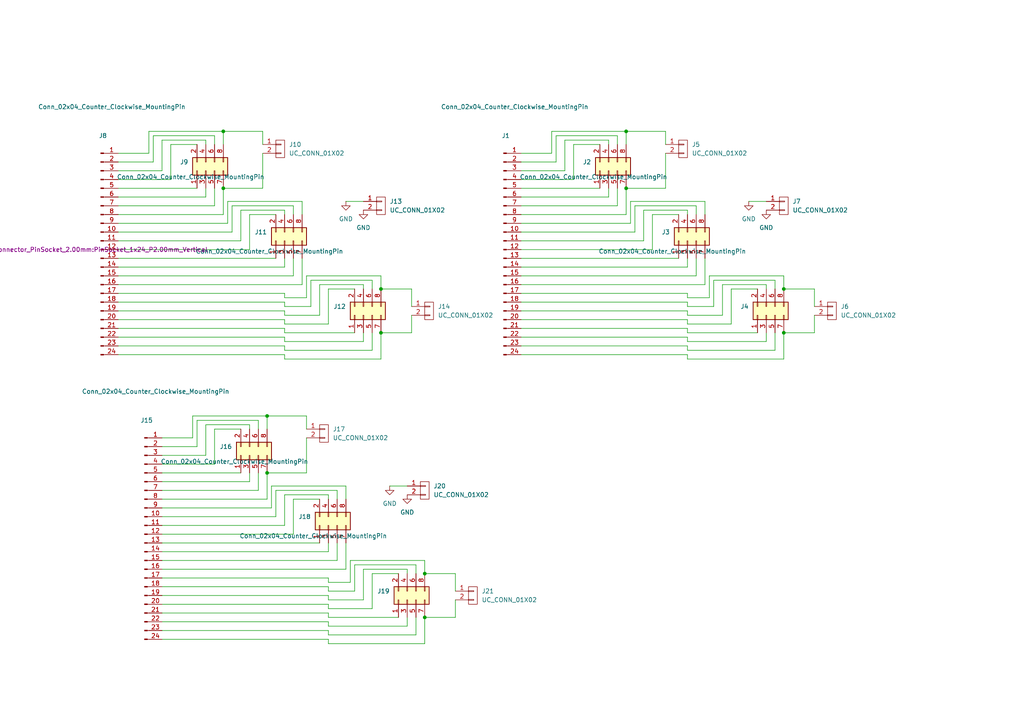
<source format=kicad_sch>
(kicad_sch (version 20250114) (generator "eeschema") (generator_version "9.0")
  (paper "A4")
  (lib_symbols
    (symbol "Connector:Conn_01x24_Pin" (pin_names (offset 1.016) (hide yes))
      (property "Reference" "J" (at 0 30.48 0))
      (property "Value" "Conn_01x24_Pin" (at 0 -33.02 0))
      (symbol "Conn_01x24_Pin_1_1"
        (rectangle (start 0.8636 28.067) (end 0 27.813) (stroke (width 0.1524)) (fill (type outline)))
        (rectangle (start 0.8636 25.527) (end 0 25.273) (stroke (width 0.1524)) (fill (type outline)))
        (rectangle (start 0.8636 22.987) (end 0 22.733) (stroke (width 0.1524)) (fill (type outline)))
        (rectangle (start 0.8636 20.447) (end 0 20.193) (stroke (width 0.1524)) (fill (type outline)))
        (rectangle (start 0.8636 17.907) (end 0 17.653) (stroke (width 0.1524)) (fill (type outline)))
        (rectangle (start 0.8636 15.367) (end 0 15.113) (stroke (width 0.1524)) (fill (type outline)))
        (rectangle (start 0.8636 12.827) (end 0 12.573) (stroke (width 0.1524)) (fill (type outline)))
        (rectangle (start 0.8636 10.287) (end 0 10.033) (stroke (width 0.1524)) (fill (type outline)))
        (rectangle (start 0.8636 7.747) (end 0 7.493) (stroke (width 0.1524)) (fill (type outline)))
        (rectangle (start 0.8636 5.207) (end 0 4.953) (stroke (width 0.1524)) (fill (type outline)))
        (rectangle (start 0.8636 2.667) (end 0 2.413) (stroke (width 0.1524)) (fill (type outline)))
        (rectangle (start 0.8636 0.127) (end 0 -0.127) (stroke (width 0.1524)) (fill (type outline)))
        (rectangle (start 0.8636 -2.413) (end 0 -2.667) (stroke (width 0.1524)) (fill (type outline)))
        (rectangle (start 0.8636 -4.953) (end 0 -5.207) (stroke (width 0.1524)) (fill (type outline)))
        (rectangle (start 0.8636 -7.493) (end 0 -7.747) (stroke (width 0.1524)) (fill (type outline)))
        (rectangle (start 0.8636 -10.033) (end 0 -10.287) (stroke (width 0.1524)) (fill (type outline)))
        (rectangle (start 0.8636 -12.573) (end 0 -12.827) (stroke (width 0.1524)) (fill (type outline)))
        (rectangle (start 0.8636 -15.113) (end 0 -15.367) (stroke (width 0.1524)) (fill (type outline)))
        (rectangle (start 0.8636 -17.653) (end 0 -17.907) (stroke (width 0.1524)) (fill (type outline)))
        (rectangle (start 0.8636 -20.193) (end 0 -20.447) (stroke (width 0.1524)) (fill (type outline)))
        (rectangle (start 0.8636 -22.733) (end 0 -22.987) (stroke (width 0.1524)) (fill (type outline)))
        (rectangle (start 0.8636 -25.273) (end 0 -25.527) (stroke (width 0.1524)) (fill (type outline)))
        (rectangle (start 0.8636 -27.813) (end 0 -28.067) (stroke (width 0.1524)) (fill (type outline)))
        (rectangle (start 0.8636 -30.353) (end 0 -30.607) (stroke (width 0.1524)) (fill (type outline)))
        (polyline (pts (xy 1.27 27.94) (xy 0.8636 27.94)) (stroke (width 0.1524)))
        (polyline (pts (xy 1.27 25.4) (xy 0.8636 25.4)) (stroke (width 0.1524)))
        (polyline (pts (xy 1.27 22.86) (xy 0.8636 22.86)) (stroke (width 0.1524)))
        (polyline (pts (xy 1.27 20.32) (xy 0.8636 20.32)) (stroke (width 0.1524)))
        (polyline (pts (xy 1.27 17.78) (xy 0.8636 17.78)) (stroke (width 0.1524)))
        (polyline (pts (xy 1.27 15.24) (xy 0.8636 15.24)) (stroke (width 0.1524)))
        (polyline (pts (xy 1.27 12.7) (xy 0.8636 12.7)) (stroke (width 0.1524)))
        (polyline (pts (xy 1.27 10.16) (xy 0.8636 10.16)) (stroke (width 0.1524)))
        (polyline (pts (xy 1.27 7.62) (xy 0.8636 7.62)) (stroke (width 0.1524)))
        (polyline (pts (xy 1.27 5.08) (xy 0.8636 5.08)) (stroke (width 0.1524)))
        (polyline (pts (xy 1.27 2.54) (xy 0.8636 2.54)) (stroke (width 0.1524)))
        (polyline (pts (xy 1.27 0) (xy 0.8636 0)) (stroke (width 0.1524)))
        (polyline (pts (xy 1.27 -2.54) (xy 0.8636 -2.54)) (stroke (width 0.1524)))
        (polyline (pts (xy 1.27 -5.08) (xy 0.8636 -5.08)) (stroke (width 0.1524)))
        (polyline (pts (xy 1.27 -7.62) (xy 0.8636 -7.62)) (stroke (width 0.1524)))
        (polyline (pts (xy 1.27 -10.16) (xy 0.8636 -10.16)) (stroke (width 0.1524)))
        (polyline (pts (xy 1.27 -12.7) (xy 0.8636 -12.7)) (stroke (width 0.1524)))
        (polyline (pts (xy 1.27 -15.24) (xy 0.8636 -15.24)) (stroke (width 0.1524)))
        (polyline (pts (xy 1.27 -17.78) (xy 0.8636 -17.78)) (stroke (width 0.1524)))
        (polyline (pts (xy 1.27 -20.32) (xy 0.8636 -20.32)) (stroke (width 0.1524)))
        (polyline (pts (xy 1.27 -22.86) (xy 0.8636 -22.86)) (stroke (width 0.1524)))
        (polyline (pts (xy 1.27 -25.4) (xy 0.8636 -25.4)) (stroke (width 0.1524)))
        (polyline (pts (xy 1.27 -27.94) (xy 0.8636 -27.94)) (stroke (width 0.1524)))
        (polyline (pts (xy 1.27 -30.48) (xy 0.8636 -30.48)) (stroke (width 0.1524)))
        (pin passive line (at 5.08 27.94 180) (length 3.81) (name "Pin_1") (number "1"))
        (pin passive line (at 5.08 25.4 180) (length 3.81) (name "Pin_2") (number "2"))
        (pin passive line (at 5.08 22.86 180) (length 3.81) (name "Pin_3") (number "3"))
        (pin passive line (at 5.08 20.32 180) (length 3.81) (name "Pin_4") (number "4"))
        (pin passive line (at 5.08 17.78 180) (length 3.81) (name "Pin_5") (number "5"))
        (pin passive line (at 5.08 15.24 180) (length 3.81) (name "Pin_6") (number "6"))
        (pin passive line (at 5.08 12.7 180) (length 3.81) (name "Pin_7") (number "7"))
        (pin passive line (at 5.08 10.16 180) (length 3.81) (name "Pin_8") (number "8"))
        (pin passive line (at 5.08 7.62 180) (length 3.81) (name "Pin_9") (number "9"))
        (pin passive line (at 5.08 5.08 180) (length 3.81) (name "Pin_10") (number "10"))
        (pin passive line (at 5.08 2.54 180) (length 3.81) (name "Pin_11") (number "11"))
        (pin passive line (at 5.08 0 180) (length 3.81) (name "Pin_12") (number "12"))
        (pin passive line (at 5.08 -2.54 180) (length 3.81) (name "Pin_13") (number "13"))
        (pin passive line (at 5.08 -5.08 180) (length 3.81) (name "Pin_14") (number "14"))
        (pin passive line (at 5.08 -7.62 180) (length 3.81) (name "Pin_15") (number "15"))
        (pin passive line (at 5.08 -10.16 180) (length 3.81) (name "Pin_16") (number "16"))
        (pin passive line (at 5.08 -12.7 180) (length 3.81) (name "Pin_17") (number "17"))
        (pin passive line (at 5.08 -15.24 180) (length 3.81) (name "Pin_18") (number "18"))
        (pin passive line (at 5.08 -17.78 180) (length 3.81) (name "Pin_19") (number "19"))
        (pin passive line (at 5.08 -20.32 180) (length 3.81) (name "Pin_20") (number "20"))
        (pin passive line (at 5.08 -22.86 180) (length 3.81) (name "Pin_21") (number "21"))
        (pin passive line (at 5.08 -25.4 180) (length 3.81) (name "Pin_22") (number "22"))
        (pin passive line (at 5.08 -27.94 180) (length 3.81) (name "Pin_23") (number "23"))
        (pin passive line (at 5.08 -30.48 180) (length 3.81) (name "Pin_24") (number "24"))
      )
    )
    (symbol "Connector_Generic:Conn_02x04_Odd_Even" (pin_names (offset 1.016) (hide yes))
      (property "Reference" "J" (at 1.27 5.08 0))
      (property "Value" "Conn_02x04_Odd_Even" (at 1.27 -7.62 0))
      (symbol "Conn_02x04_Odd_Even_1_1"
        (rectangle (start -1.27 3.81) (end 3.81 -6.35) (stroke (width 0.254)) (fill (type background)))
        (rectangle (start -1.27 2.667) (end 0 2.413) (stroke (width 0.1524)))
        (rectangle (start -1.27 0.127) (end 0 -0.127) (stroke (width 0.1524)))
        (rectangle (start -1.27 -2.413) (end 0 -2.667) (stroke (width 0.1524)))
        (rectangle (start -1.27 -4.953) (end 0 -5.207) (stroke (width 0.1524)))
        (rectangle (start 3.81 2.667) (end 2.54 2.413) (stroke (width 0.1524)))
        (rectangle (start 3.81 0.127) (end 2.54 -0.127) (stroke (width 0.1524)))
        (rectangle (start 3.81 -2.413) (end 2.54 -2.667) (stroke (width 0.1524)))
        (rectangle (start 3.81 -4.953) (end 2.54 -5.207) (stroke (width 0.1524)))
        (pin passive line (at -5.08 2.54 0) (length 3.81) (name "Pin_1") (number "1"))
        (pin passive line (at -5.08 0 0) (length 3.81) (name "Pin_3") (number "3"))
        (pin passive line (at -5.08 -2.54 0) (length 3.81) (name "Pin_5") (number "5"))
        (pin passive line (at -5.08 -5.08 0) (length 3.81) (name "Pin_7") (number "7"))
        (pin passive line (at 7.62 2.54 180) (length 3.81) (name "Pin_2") (number "2"))
        (pin passive line (at 7.62 0 180) (length 3.81) (name "Pin_4") (number "4"))
        (pin passive line (at 7.62 -2.54 180) (length 3.81) (name "Pin_6") (number "6"))
        (pin passive line (at 7.62 -5.08 180) (length 3.81) (name "Pin_8") (number "8"))
      )
    )
    (symbol "power:GND" (power) (pin_numbers (hide yes)) (pin_names (offset 0) (hide yes))
      (property "Value" "GND" (at 0 -3.81 0))
      (symbol "GND_0_1"
        (polyline (pts (xy 0 0) (xy 0 -1.27) (xy 1.27 -1.27) (xy 0 -2.54) (xy -1.27 -1.27) (xy 0 -1.27)))
      )
      (symbol "GND_1_1"
        (pin power_in line (at 0 0 270) (length 0) (name "~") (number "1"))
      )
    )
    (symbol "uc_components:UC_CONN_01X02" (pin_names (offset 1.016) (hide yes))
      (property "Reference" "J" (at 0 3.81 0))
      (property "Value" "UC_CONN_01X02" (at 2.54 0 90))
      (symbol "UC_CONN_01X02_0_1"
        (rectangle (start -1.27 1.397) (end 0.254 1.143))
        (rectangle (start -1.27 -1.143) (end 0.254 -1.397))
      )
      (symbol "UC_CONN_01X02_1_1"
        (rectangle (start -1.27 2.54) (end 1.27 -2.54))
        (pin passive line (at -5.08 1.27 0) (length 3.81) (name "P1") (number "1"))
        (pin passive line (at -5.08 -1.27 0) (length 3.81) (name "P2") (number "2"))
      )
    )
  )
  (junction (at 181.61 54.61))
  (junction (at 110.49 96.52))
  (junction (at 77.47 137.16))
  (junction (at 110.49 83.82))
  (junction (at 64.77 54.61))
  (junction (at 77.47 120.65))
  (junction (at 227.33 83.82))
  (junction (at 181.61 38.1))
  (junction (at 64.77 38.1))
  (junction (at 123.19 179.07))
  (junction (at 123.19 166.37))
  (junction (at 227.33 96.52))
  (wire (pts (xy 182.88 58.42) (xy 204.47 58.42)))
  (wire (pts (xy 76.2 41.91) (xy 76.2 38.1)))
  (wire (pts (xy 199.39 101.6) (xy 224.79 101.6)))
  (wire (pts (xy 151.13 90.17) (xy 199.39 90.17)))
  (wire (pts (xy 102.87 83.82) (xy 95.25 83.82)))
  (wire (pts (xy 46.99 40.64) (xy 46.99 49.53)))
  (wire (pts (xy 82.55 96.52) (xy 102.87 96.52)))
  (wire (pts (xy 88.9 137.16) (xy 88.9 127)))
  (wire (pts (xy 62.23 124.46) (xy 62.23 134.62)))
  (wire (pts (xy 166.37 41.91) (xy 166.37 52.07)))
  (wire (pts (xy 34.29 80.01) (xy 85.09 80.01)))
  (wire (pts (xy 34.29 82.55) (xy 87.63 82.55)))
  (wire (pts (xy 34.29 97.79) (xy 82.55 97.79)))
  (wire (pts (xy 95.25 83.82) (xy 95.25 93.98)))
  (wire (pts (xy 46.99 157.48) (xy 92.71 157.48)))
  (wire (pts (xy 95.25 180.34) (xy 95.25 181.61)))
  (wire (pts (xy 74.93 124.46) (xy 74.93 121.92)))
  (wire (pts (xy 95.25 177.8) (xy 95.25 179.07)))
  (wire (pts (xy 95.25 175.26) (xy 95.25 176.53)))
  (wire (pts (xy 46.99 172.72) (xy 95.25 172.72)))
  (wire (pts (xy 34.29 44.45) (xy 43.18 44.45)))
  (wire (pts (xy 64.77 62.23) (xy 64.77 54.61)))
  (wire (pts (xy 82.55 85.09) (xy 82.55 86.36)))
  (wire (pts (xy 132.08 166.37) (xy 123.19 166.37)))
  (wire (pts (xy 55.88 127) (xy 55.88 120.65)))
  (wire (pts (xy 236.22 83.82) (xy 227.33 83.82)))
  (wire (pts (xy 113.03 140.97) (xy 118.11 140.97)))
  (wire (pts (xy 151.13 87.63) (xy 199.39 87.63)))
  (wire (pts (xy 207.01 88.9) (xy 199.39 88.9)))
  (wire (pts (xy 95.25 160.02) (xy 95.25 157.48)))
  (wire (pts (xy 34.29 49.53) (xy 46.99 49.53)))
  (wire (pts (xy 34.29 85.09) (xy 82.55 85.09)))
  (wire (pts (xy 222.25 82.55) (xy 209.55 82.55)))
  (wire (pts (xy 199.39 102.87) (xy 199.39 104.14)))
  (wire (pts (xy 74.93 121.92) (xy 57.15 121.92)))
  (wire (pts (xy 95.25 173.99) (xy 105.41 173.99)))
  (wire (pts (xy 57.15 121.92) (xy 57.15 129.54)))
  (wire (pts (xy 212.09 93.98) (xy 199.39 93.98)))
  (wire (pts (xy 76.2 38.1) (xy 64.77 38.1)))
  (wire (pts (xy 199.39 97.79) (xy 199.39 99.06)))
  (wire (pts (xy 92.71 82.55) (xy 92.71 91.44)))
  (wire (pts (xy 151.13 54.61) (xy 173.99 54.61)))
  (wire (pts (xy 90.17 81.28) (xy 90.17 88.9)))
  (wire (pts (xy 132.08 171.45) (xy 132.08 166.37)))
  (wire (pts (xy 82.55 104.14) (xy 110.49 104.14)))
  (wire (pts (xy 95.25 185.42) (xy 95.25 186.69)))
  (wire (pts (xy 46.99 175.26) (xy 95.25 175.26)))
  (wire (pts (xy 199.39 104.14) (xy 227.33 104.14)))
  (wire (pts (xy 82.55 62.23) (xy 82.55 60.96)))
  (wire (pts (xy 34.29 64.77) (xy 66.04 64.77)))
  (wire (pts (xy 43.18 44.45) (xy 43.18 38.1)))
  (wire (pts (xy 82.55 101.6) (xy 107.95 101.6)))
  (wire (pts (xy 72.39 123.19) (xy 59.69 123.19)))
  (wire (pts (xy 207.01 81.28) (xy 207.01 88.9)))
  (wire (pts (xy 34.29 72.39) (xy 72.39 72.39)))
  (wire (pts (xy 62.23 39.37) (xy 44.45 39.37)))
  (wire (pts (xy 82.55 102.87) (xy 82.55 104.14)))
  (wire (pts (xy 34.29 52.07) (xy 49.53 52.07)))
  (wire (pts (xy 64.77 38.1) (xy 64.77 41.91)))
  (wire (pts (xy 176.53 41.91) (xy 176.53 40.64)))
  (wire (pts (xy 95.25 144.78) (xy 95.25 143.51)))
  (wire (pts (xy 176.53 40.64) (xy 163.83 40.64)))
  (wire (pts (xy 97.79 144.78) (xy 97.79 142.24)))
  (wire (pts (xy 87.63 82.55) (xy 87.63 74.93)))
  (wire (pts (xy 102.87 163.83) (xy 102.87 171.45)))
  (wire (pts (xy 151.13 77.47) (xy 199.39 77.47)))
  (wire (pts (xy 85.09 80.01) (xy 85.09 74.93)))
  (wire (pts (xy 181.61 62.23) (xy 181.61 54.61)))
  (wire (pts (xy 120.65 184.15) (xy 120.65 179.07)))
  (wire (pts (xy 151.13 46.99) (xy 161.29 46.99)))
  (wire (pts (xy 151.13 62.23) (xy 181.61 62.23)))
  (wire (pts (xy 87.63 58.42) (xy 87.63 62.23)))
  (wire (pts (xy 97.79 142.24) (xy 80.01 142.24)))
  (wire (pts (xy 115.57 166.37) (xy 107.95 166.37)))
  (wire (pts (xy 105.41 83.82) (xy 105.41 82.55)))
  (wire (pts (xy 88.9 86.36) (xy 88.9 80.01)))
  (wire (pts (xy 92.71 144.78) (xy 85.09 144.78)))
  (wire (pts (xy 199.39 91.44) (xy 209.55 91.44)))
  (wire (pts (xy 186.69 60.96) (xy 186.69 69.85)))
  (wire (pts (xy 46.99 144.78) (xy 77.47 144.78)))
  (wire (pts (xy 46.99 167.64) (xy 95.25 167.64)))
  (wire (pts (xy 82.55 87.63) (xy 82.55 88.9)))
  (wire (pts (xy 34.29 87.63) (xy 82.55 87.63)))
  (wire (pts (xy 80.01 62.23) (xy 72.39 62.23)))
  (wire (pts (xy 72.39 139.7) (xy 72.39 137.16)))
  (wire (pts (xy 151.13 100.33) (xy 199.39 100.33)))
  (wire (pts (xy 34.29 74.93) (xy 80.01 74.93)))
  (wire (pts (xy 95.25 181.61) (xy 118.11 181.61)))
  (wire (pts (xy 67.31 59.69) (xy 67.31 67.31)))
  (wire (pts (xy 85.09 59.69) (xy 67.31 59.69)))
  (wire (pts (xy 199.39 100.33) (xy 199.39 101.6)))
  (wire (pts (xy 34.29 54.61) (xy 57.15 54.61)))
  (wire (pts (xy 64.77 54.61) (xy 76.2 54.61)))
  (wire (pts (xy 199.39 95.25) (xy 199.39 96.52)))
  (wire (pts (xy 107.95 83.82) (xy 107.95 81.28)))
  (wire (pts (xy 34.29 95.25) (xy 82.55 95.25)))
  (wire (pts (xy 46.99 149.86) (xy 80.01 149.86)))
  (wire (pts (xy 212.09 83.82) (xy 212.09 93.98)))
  (wire (pts (xy 59.69 123.19) (xy 59.69 132.08)))
  (wire (pts (xy 193.04 38.1) (xy 181.61 38.1)))
  (wire (pts (xy 90.17 88.9) (xy 82.55 88.9)))
  (wire (pts (xy 85.09 144.78) (xy 85.09 154.94)))
  (wire (pts (xy 46.99 162.56) (xy 97.79 162.56)))
  (wire (pts (xy 151.13 72.39) (xy 189.23 72.39)))
  (wire (pts (xy 34.29 100.33) (xy 82.55 100.33)))
  (wire (pts (xy 95.25 179.07) (xy 115.57 179.07)))
  (wire (pts (xy 46.99 139.7) (xy 72.39 139.7)))
  (wire (pts (xy 151.13 44.45) (xy 160.02 44.45)))
  (wire (pts (xy 82.55 92.71) (xy 82.55 93.98)))
  (wire (pts (xy 118.11 165.1) (xy 105.41 165.1)))
  (wire (pts (xy 199.39 60.96) (xy 186.69 60.96)))
  (wire (pts (xy 46.99 142.24) (xy 74.93 142.24)))
  (wire (pts (xy 57.15 41.91) (xy 49.53 41.91)))
  (wire (pts (xy 74.93 142.24) (xy 74.93 137.16)))
  (wire (pts (xy 217.17 58.42) (xy 222.25 58.42)))
  (wire (pts (xy 34.29 67.31) (xy 67.31 67.31)))
  (wire (pts (xy 82.55 100.33) (xy 82.55 101.6)))
  (wire (pts (xy 199.39 99.06) (xy 222.25 99.06)))
  (wire (pts (xy 236.22 96.52) (xy 236.22 91.44)))
  (wire (pts (xy 69.85 124.46) (xy 62.23 124.46)))
  (wire (pts (xy 151.13 59.69) (xy 179.07 59.69)))
  (wire (pts (xy 95.25 172.72) (xy 95.25 173.99)))
  (wire (pts (xy 196.85 62.23) (xy 189.23 62.23)))
  (wire (pts (xy 224.79 101.6) (xy 224.79 96.52)))
  (wire (pts (xy 59.69 40.64) (xy 46.99 40.64)))
  (wire (pts (xy 205.74 86.36) (xy 205.74 80.01)))
  (wire (pts (xy 43.18 38.1) (xy 64.77 38.1)))
  (wire (pts (xy 101.6 162.56) (xy 123.19 162.56)))
  (wire (pts (xy 85.09 62.23) (xy 85.09 59.69)))
  (wire (pts (xy 151.13 74.93) (xy 196.85 74.93)))
  (wire (pts (xy 46.99 182.88) (xy 95.25 182.88)))
  (wire (pts (xy 132.08 179.07) (xy 132.08 173.99)))
  (wire (pts (xy 120.65 166.37) (xy 120.65 163.83)))
  (wire (pts (xy 82.55 143.51) (xy 82.55 152.4)))
  (wire (pts (xy 120.65 163.83) (xy 102.87 163.83)))
  (wire (pts (xy 176.53 57.15) (xy 176.53 54.61)))
  (wire (pts (xy 95.25 170.18) (xy 95.25 171.45)))
  (wire (pts (xy 193.04 41.91) (xy 193.04 38.1)))
  (wire (pts (xy 46.99 127) (xy 55.88 127)))
  (wire (pts (xy 59.69 57.15) (xy 59.69 54.61)))
  (wire (pts (xy 201.93 80.01) (xy 201.93 74.93)))
  (wire (pts (xy 227.33 80.01) (xy 227.33 83.82)))
  (wire (pts (xy 72.39 124.46) (xy 72.39 123.19)))
  (wire (pts (xy 95.25 143.51) (xy 82.55 143.51)))
  (wire (pts (xy 46.99 137.16) (xy 69.85 137.16)))
  (wire (pts (xy 34.29 69.85) (xy 69.85 69.85)))
  (wire (pts (xy 224.79 81.28) (xy 207.01 81.28)))
  (wire (pts (xy 62.23 41.91) (xy 62.23 39.37)))
  (wire (pts (xy 199.39 92.71) (xy 199.39 93.98)))
  (wire (pts (xy 181.61 54.61) (xy 193.04 54.61)))
  (wire (pts (xy 151.13 85.09) (xy 199.39 85.09)))
  (wire (pts (xy 107.95 101.6) (xy 107.95 96.52)))
  (wire (pts (xy 66.04 64.77) (xy 66.04 58.42)))
  (wire (pts (xy 88.9 120.65) (xy 77.47 120.65)))
  (wire (pts (xy 105.41 165.1) (xy 105.41 173.99)))
  (wire (pts (xy 123.19 186.69) (xy 123.19 179.07)))
  (wire (pts (xy 76.2 54.61) (xy 76.2 44.45)))
  (wire (pts (xy 151.13 64.77) (xy 182.88 64.77)))
  (wire (pts (xy 160.02 44.45) (xy 160.02 38.1)))
  (wire (pts (xy 193.04 54.61) (xy 193.04 44.45)))
  (wire (pts (xy 46.99 154.94) (xy 85.09 154.94)))
  (wire (pts (xy 173.99 41.91) (xy 166.37 41.91)))
  (wire (pts (xy 59.69 41.91) (xy 59.69 40.64)))
  (wire (pts (xy 105.41 82.55) (xy 92.71 82.55)))
  (wire (pts (xy 82.55 97.79) (xy 82.55 99.06)))
  (wire (pts (xy 69.85 60.96) (xy 69.85 69.85)))
  (wire (pts (xy 107.95 81.28) (xy 90.17 81.28)))
  (wire (pts (xy 184.15 59.69) (xy 184.15 67.31)))
  (wire (pts (xy 151.13 57.15) (xy 176.53 57.15)))
  (wire (pts (xy 77.47 137.16) (xy 88.9 137.16)))
  (wire (pts (xy 82.55 86.36) (xy 88.9 86.36)))
  (wire (pts (xy 119.38 88.9) (xy 119.38 83.82)))
  (wire (pts (xy 151.13 49.53) (xy 163.83 49.53)))
  (wire (pts (xy 201.93 59.69) (xy 184.15 59.69)))
  (wire (pts (xy 151.13 97.79) (xy 199.39 97.79)))
  (wire (pts (xy 34.29 57.15) (xy 59.69 57.15)))
  (wire (pts (xy 95.25 167.64) (xy 95.25 168.91)))
  (wire (pts (xy 236.22 88.9) (xy 236.22 83.82)))
  (wire (pts (xy 82.55 90.17) (xy 82.55 91.44)))
  (wire (pts (xy 34.29 102.87) (xy 82.55 102.87)))
  (wire (pts (xy 46.99 147.32) (xy 78.74 147.32)))
  (wire (pts (xy 95.25 93.98) (xy 82.55 93.98)))
  (wire (pts (xy 46.99 160.02) (xy 95.25 160.02)))
  (wire (pts (xy 78.74 147.32) (xy 78.74 140.97)))
  (wire (pts (xy 46.99 165.1) (xy 100.33 165.1)))
  (wire (pts (xy 95.25 186.69) (xy 123.19 186.69)))
  (wire (pts (xy 110.49 104.14) (xy 110.49 96.52)))
  (wire (pts (xy 95.25 184.15) (xy 120.65 184.15)))
  (wire (pts (xy 46.99 185.42) (xy 95.25 185.42)))
  (wire (pts (xy 82.55 99.06) (xy 105.41 99.06)))
  (wire (pts (xy 46.99 152.4) (xy 82.55 152.4)))
  (wire (pts (xy 46.99 134.62) (xy 62.23 134.62)))
  (wire (pts (xy 151.13 102.87) (xy 199.39 102.87)))
  (wire (pts (xy 199.39 86.36) (xy 205.74 86.36)))
  (wire (pts (xy 34.29 46.99) (xy 44.45 46.99)))
  (wire (pts (xy 118.11 166.37) (xy 118.11 165.1)))
  (wire (pts (xy 44.45 39.37) (xy 44.45 46.99)))
  (wire (pts (xy 77.47 120.65) (xy 77.47 124.46)))
  (wire (pts (xy 179.07 59.69) (xy 179.07 54.61)))
  (wire (pts (xy 34.29 62.23) (xy 64.77 62.23)))
  (wire (pts (xy 151.13 92.71) (xy 199.39 92.71)))
  (wire (pts (xy 46.99 132.08) (xy 59.69 132.08)))
  (wire (pts (xy 66.04 58.42) (xy 87.63 58.42)))
  (wire (pts (xy 151.13 95.25) (xy 199.39 95.25)))
  (wire (pts (xy 105.41 99.06) (xy 105.41 96.52)))
  (wire (pts (xy 118.11 181.61) (xy 118.11 179.07)))
  (wire (pts (xy 179.07 41.91) (xy 179.07 39.37)))
  (wire (pts (xy 199.39 90.17) (xy 199.39 91.44)))
  (wire (pts (xy 82.55 95.25) (xy 82.55 96.52)))
  (wire (pts (xy 46.99 170.18) (xy 95.25 170.18)))
  (wire (pts (xy 46.99 180.34) (xy 95.25 180.34)))
  (wire (pts (xy 88.9 124.46) (xy 88.9 120.65)))
  (wire (pts (xy 199.39 77.47) (xy 199.39 74.93)))
  (wire (pts (xy 205.74 80.01) (xy 227.33 80.01)))
  (wire (pts (xy 163.83 40.64) (xy 163.83 49.53)))
  (wire (pts (xy 199.39 62.23) (xy 199.39 60.96)))
  (wire (pts (xy 161.29 39.37) (xy 161.29 46.99)))
  (wire (pts (xy 123.19 162.56) (xy 123.19 166.37)))
  (wire (pts (xy 97.79 162.56) (xy 97.79 157.48)))
  (wire (pts (xy 182.88 64.77) (xy 182.88 58.42)))
  (wire (pts (xy 100.33 165.1) (xy 100.33 157.48)))
  (wire (pts (xy 46.99 129.54) (xy 57.15 129.54)))
  (wire (pts (xy 222.25 83.82) (xy 222.25 82.55)))
  (wire (pts (xy 100.33 58.42) (xy 105.41 58.42)))
  (wire (pts (xy 224.79 83.82) (xy 224.79 81.28)))
  (wire (pts (xy 110.49 96.52) (xy 119.38 96.52)))
  (wire (pts (xy 77.47 144.78) (xy 77.47 137.16)))
  (wire (pts (xy 46.99 177.8) (xy 95.25 177.8)))
  (wire (pts (xy 107.95 176.53) (xy 95.25 176.53)))
  (wire (pts (xy 199.39 87.63) (xy 199.39 88.9)))
  (wire (pts (xy 151.13 80.01) (xy 201.93 80.01)))
  (wire (pts (xy 222.25 99.06) (xy 222.25 96.52)))
  (wire (pts (xy 107.95 166.37) (xy 107.95 176.53)))
  (wire (pts (xy 62.23 59.69) (xy 62.23 54.61)))
  (wire (pts (xy 78.74 140.97) (xy 100.33 140.97)))
  (wire (pts (xy 34.29 90.17) (xy 82.55 90.17)))
  (wire (pts (xy 95.25 182.88) (xy 95.25 184.15)))
  (wire (pts (xy 82.55 77.47) (xy 82.55 74.93)))
  (wire (pts (xy 34.29 59.69) (xy 62.23 59.69)))
  (wire (pts (xy 82.55 91.44) (xy 92.71 91.44)))
  (wire (pts (xy 34.29 77.47) (xy 82.55 77.47)))
  (wire (pts (xy 227.33 96.52) (xy 236.22 96.52)))
  (wire (pts (xy 88.9 80.01) (xy 110.49 80.01)))
  (wire (pts (xy 82.55 60.96) (xy 69.85 60.96)))
  (wire (pts (xy 151.13 67.31) (xy 184.15 67.31)))
  (wire (pts (xy 34.29 92.71) (xy 82.55 92.71)))
  (wire (pts (xy 151.13 82.55) (xy 204.47 82.55)))
  (wire (pts (xy 123.19 179.07) (xy 132.08 179.07)))
  (wire (pts (xy 72.39 62.23) (xy 72.39 72.39)))
  (wire (pts (xy 181.61 38.1) (xy 181.61 41.91)))
  (wire (pts (xy 199.39 85.09) (xy 199.39 86.36)))
  (wire (pts (xy 199.39 96.52) (xy 219.71 96.52)))
  (wire (pts (xy 49.53 41.91) (xy 49.53 52.07)))
  (wire (pts (xy 209.55 82.55) (xy 209.55 91.44)))
  (wire (pts (xy 160.02 38.1) (xy 181.61 38.1)))
  (wire (pts (xy 102.87 171.45) (xy 95.25 171.45)))
  (wire (pts (xy 189.23 62.23) (xy 189.23 72.39)))
  (wire (pts (xy 204.47 58.42) (xy 204.47 62.23)))
  (wire (pts (xy 227.33 104.14) (xy 227.33 96.52)))
  (wire (pts (xy 151.13 52.07) (xy 166.37 52.07)))
  (wire (pts (xy 119.38 83.82) (xy 110.49 83.82)))
  (wire (pts (xy 101.6 168.91) (xy 101.6 162.56)))
  (wire (pts (xy 95.25 168.91) (xy 101.6 168.91)))
  (wire (pts (xy 110.49 80.01) (xy 110.49 83.82)))
  (wire (pts (xy 80.01 142.24) (xy 80.01 149.86)))
  (wire (pts (xy 204.47 82.55) (xy 204.47 74.93)))
  (wire (pts (xy 179.07 39.37) (xy 161.29 39.37)))
  (wire (pts (xy 219.71 83.82) (xy 212.09 83.82)))
  (wire (pts (xy 55.88 120.65) (xy 77.47 120.65)))
  (wire (pts (xy 201.93 62.23) (xy 201.93 59.69)))
  (wire (pts (xy 151.13 69.85) (xy 186.69 69.85)))
  (wire (pts (xy 100.33 140.97) (xy 100.33 144.78)))
  (wire (pts (xy 119.38 96.52) (xy 119.38 91.44)))
  (symbol (lib_id "power:GND") (at 100.33 58.42 0) (unit 1)
    (property "Reference" "#PWR03" (effects (hide yes)))
    (property "Value" "GND" (at 100.33 63.5 0))
    (property "Description" "Power symbol creates a global label with name \"GND\" , ground" (effects (hide yes)))
  )
  (symbol (lib_id "uc_components:UC_CONN_01X02") (at 198.12 43.18 0) (unit 1)
    (property "Reference" "J5" (at 200.66 41.9099 0) (effects (justify left)))
    (property "Value" "UC_CONN_01X02" (at 200.66 44.4499 0) (effects (justify left)))
    (property "Footprint" "Connector_PinHeader_2.54mm:PinHeader_1x02_P2.54mm_Vertical" (effects (hide yes)))
  )
  (symbol (lib_id "Connector_Generic:Conn_02x04_Odd_Even") (at 59.69 49.53 90) (unit 1)
    (property "Reference" "J9" (at 54.61 46.9899 90) (effects (justify left)))
    (property "Value" "Conn_02x04_Counter_Clockwise_MountingPin" (at 53.848 30.988 90) (effects (justify left)))
    (property "Footprint" "Connector_PinHeader_2.54mm:PinHeader_2x04_P2.54mm_Vertical" (effects (hide yes)))
    (property "Description" "Generic connector, double row, 02x04, odd/even pin numbering scheme (row 1 odd numbers, row 2 even numbers), script generated (kicad-library-utils/schlib/autogen/connector/)" (effects (hide yes)))
  )
  (symbol (lib_id "uc_components:UC_CONN_01X02") (at 241.3 90.17 0) (unit 1)
    (property "Reference" "J6" (at 243.84 88.8999 0) (effects (justify left)))
    (property "Value" "UC_CONN_01X02" (at 243.84 91.4399 0) (effects (justify left)))
    (property "Footprint" "Connector_PinHeader_2.54mm:PinHeader_1x02_P2.54mm_Vertical" (effects (hide yes)))
  )
  (symbol (lib_id "Connector:Conn_01x24_Pin") (at 29.21 72.39 0) (unit 1)
    (property "Reference" "J8" (at 29.845 39.37 0))
    (property "Value" "Conn_01x24_Pin" (effects (hide yes)))
    (property "Footprint" "Connector_PinSocket_2.00mm:PinSocket_1x24_P2.00mm_Vertical" (at 29.21 72.39 0))
    (property "Description" "Generic connector, single row, 01x24, script generated" (effects (hide yes)))
  )
  (symbol (lib_id "Connector:Conn_01x24_Pin") (at 146.05 72.39 0) (unit 1)
    (property "Reference" "J1" (at 146.685 39.37 0))
    (property "Value" "Conn_01x24_Pin" (effects (hide yes)))
    (property "Footprint" "Connector_PinSocket_2.00mm:PinSocket_1x24_P2.00mm_Vertical" (effects (hide yes)))
    (property "Description" "Generic connector, single row, 01x24, script generated" (effects (hide yes)))
  )
  (symbol (lib_id "uc_components:UC_CONN_01X02") (at 81.28 43.18 0) (unit 1)
    (property "Reference" "J10" (at 83.82 41.9099 0) (effects (justify left)))
    (property "Value" "UC_CONN_01X02" (at 83.82 44.4499 0) (effects (justify left)))
    (property "Footprint" "Connector_PinHeader_2.54mm:PinHeader_1x02_P2.54mm_Vertical" (effects (hide yes)))
  )
  (symbol (lib_id "uc_components:UC_CONN_01X02") (at 110.49 59.69 0) (unit 1)
    (property "Reference" "J13" (at 113.03 58.4199 0) (effects (justify left)))
    (property "Value" "UC_CONN_01X02" (at 113.03 60.9599 0) (effects (justify left)))
    (property "Footprint" "Connector_PinHeader_2.54mm:PinHeader_1x02_P2.54mm_Vertical" (effects (hide yes)))
  )
  (symbol (lib_id "uc_components:UC_CONN_01X02") (at 124.46 90.17 0) (unit 1)
    (property "Reference" "J14" (at 127 88.8999 0) (effects (justify left)))
    (property "Value" "UC_CONN_01X02" (at 127 91.4399 0) (effects (justify left)))
    (property "Footprint" "Connector_PinHeader_2.54mm:PinHeader_1x02_P2.54mm_Vertical" (effects (hide yes)))
  )
  (symbol (lib_id "uc_components:UC_CONN_01X02") (at 137.16 172.72 0) (unit 1)
    (property "Reference" "J21" (at 139.7 171.4499 0) (effects (justify left)))
    (property "Value" "UC_CONN_01X02" (at 139.7 173.9899 0) (effects (justify left)))
    (property "Footprint" "Connector_PinHeader_2.54mm:PinHeader_1x02_P2.54mm_Vertical" (effects (hide yes)))
  )
  (symbol (lib_id "power:GND") (at 113.03 140.97 0) (unit 1)
    (property "Reference" "#PWR05" (effects (hide yes)))
    (property "Value" "GND" (at 113.03 146.05 0))
    (property "Description" "Power symbol creates a global label with name \"GND\" , ground" (effects (hide yes)))
  )
  (symbol (lib_id "Connector_Generic:Conn_02x04_Odd_Even") (at 176.53 49.53 90) (unit 1)
    (property "Reference" "J2" (at 171.45 46.9899 90) (effects (justify left)))
    (property "Value" "Conn_02x04_Counter_Clockwise_MountingPin" (at 170.688 30.988 90) (effects (justify left)))
    (property "Footprint" "Connector_PinHeader_2.54mm:PinHeader_2x04_P2.54mm_Vertical" (effects (hide yes)))
    (property "Description" "Generic connector, double row, 02x04, odd/even pin numbering scheme (row 1 odd numbers, row 2 even numbers), script generated (kicad-library-utils/schlib/autogen/connector/)" (effects (hide yes)))
  )
  (symbol (lib_id "Connector_Generic:Conn_02x04_Odd_Even") (at 199.39 69.85 90) (unit 1)
    (property "Reference" "J3" (at 194.31 67.3099 90) (effects (justify left)))
    (property "Value" "Conn_02x04_Counter_Clockwise_MountingPin" (at 193.548 51.308 90) (effects (justify left)))
    (property "Footprint" "Connector_PinHeader_2.54mm:PinHeader_2x04_P2.54mm_Vertical" (effects (hide yes)))
    (property "Description" "Generic connector, double row, 02x04, odd/even pin numbering scheme (row 1 odd numbers, row 2 even numbers), script generated (kicad-library-utils/schlib/autogen/connector/)" (effects (hide yes)))
  )
  (symbol (lib_id "Connector_Generic:Conn_02x04_Odd_Even") (at 222.25 91.44 90) (unit 1)
    (property "Reference" "J4" (at 217.17 88.8999 90) (effects (justify left)))
    (property "Value" "Conn_02x04_Counter_Clockwise_MountingPin" (at 216.408 72.898 90) (effects (justify left)))
    (property "Footprint" "Connector_PinHeader_2.54mm:PinHeader_2x04_P2.54mm_Vertical" (effects (hide yes)))
    (property "Description" "Generic connector, double row, 02x04, odd/even pin numbering scheme (row 1 odd numbers, row 2 even numbers), script generated (kicad-library-utils/schlib/autogen/connector/)" (effects (hide yes)))
  )
  (symbol (lib_id "power:GND") (at 118.11 143.51 0) (unit 1)
    (property "Reference" "#PWR06" (effects (hide yes)))
    (property "Value" "GND" (at 118.11 148.59 0))
    (property "Description" "Power symbol creates a global label with name \"GND\" , ground" (effects (hide yes)))
  )
  (symbol (lib_id "Connector_Generic:Conn_02x04_Odd_Even") (at 72.39 132.08 90) (unit 1)
    (property "Reference" "J16" (at 67.31 129.5399 90) (effects (justify left)))
    (property "Value" "Conn_02x04_Counter_Clockwise_MountingPin" (at 66.548 113.538 90) (effects (justify left)))
    (property "Footprint" "Connector_PinHeader_2.54mm:PinHeader_2x04_P2.54mm_Vertical" (effects (hide yes)))
    (property "Description" "Generic connector, double row, 02x04, odd/even pin numbering scheme (row 1 odd numbers, row 2 even numbers), script generated (kicad-library-utils/schlib/autogen/connector/)" (effects (hide yes)))
  )
  (symbol (lib_id "Connector_Generic:Conn_02x04_Odd_Even") (at 95.25 152.4 90) (unit 1)
    (property "Reference" "J18" (at 90.17 149.8599 90) (effects (justify left)))
    (property "Value" "Conn_02x04_Counter_Clockwise_MountingPin" (at 89.408 133.858 90) (effects (justify left)))
    (property "Footprint" "Connector_PinHeader_2.54mm:PinHeader_2x04_P2.54mm_Vertical" (effects (hide yes)))
    (property "Description" "Generic connector, double row, 02x04, odd/even pin numbering scheme (row 1 odd numbers, row 2 even numbers), script generated (kicad-library-utils/schlib/autogen/connector/)" (effects (hide yes)))
  )
  (symbol (lib_id "Connector_Generic:Conn_02x04_Odd_Even") (at 105.41 91.44 90) (unit 1)
    (property "Reference" "J12" (at 100.33 88.8999 90) (effects (justify left)))
    (property "Value" "Conn_02x04_Counter_Clockwise_MountingPin" (at 99.568 72.898 90) (effects (justify left)))
    (property "Footprint" "Connector_PinHeader_2.54mm:PinHeader_2x04_P2.54mm_Vertical" (effects (hide yes)))
    (property "Description" "Generic connector, double row, 02x04, odd/even pin numbering scheme (row 1 odd numbers, row 2 even numbers), script generated (kicad-library-utils/schlib/autogen/connector/)" (effects (hide yes)))
  )
  (symbol (lib_id "power:GND") (at 105.41 60.96 0) (unit 1)
    (property "Reference" "#PWR04" (effects (hide yes)))
    (property "Value" "GND" (at 105.41 66.04 0))
    (property "Description" "Power symbol creates a global label with name \"GND\" , ground" (effects (hide yes)))
  )
  (symbol (lib_id "Connector_Generic:Conn_02x04_Odd_Even") (at 118.11 173.99 90) (unit 1)
    (property "Reference" "J19" (at 113.03 171.4499 90) (effects (justify left)))
    (property "Value" "Conn_02x04_Counter_Clockwise_MountingPin" (at 112.268 155.448 90) (effects (justify left)))
    (property "Footprint" "Connector_PinHeader_2.54mm:PinHeader_2x04_P2.54mm_Vertical" (effects (hide yes)))
    (property "Description" "Generic connector, double row, 02x04, odd/even pin numbering scheme (row 1 odd numbers, row 2 even numbers), script generated (kicad-library-utils/schlib/autogen/connector/)" (effects (hide yes)))
  )
  (symbol (lib_id "power:GND") (at 217.17 58.42 0) (unit 1)
    (property "Reference" "#PWR02" (effects (hide yes)))
    (property "Value" "GND" (at 217.17 63.5 0))
    (property "Description" "Power symbol creates a global label with name \"GND\" , ground" (effects (hide yes)))
  )
  (symbol (lib_id "Connector:Conn_01x24_Pin") (at 41.91 154.94 0) (unit 1)
    (property "Reference" "J15" (at 42.545 121.92 0))
    (property "Value" "Conn_01x24_Pin" (effects (hide yes)))
    (property "Footprint" "Connector_PinSocket_2.00mm:PinSocket_1x24_P2.00mm_Vertical" (effects (hide yes)))
    (property "Description" "Generic connector, single row, 01x24, script generated" (effects (hide yes)))
  )
  (symbol (lib_id "uc_components:UC_CONN_01X02") (at 123.19 142.24 0) (unit 1)
    (property "Reference" "J20" (at 125.73 140.9699 0) (effects (justify left)))
    (property "Value" "UC_CONN_01X02" (at 125.73 143.5099 0) (effects (justify left)))
    (property "Footprint" "Connector_PinHeader_2.54mm:PinHeader_1x02_P2.54mm_Vertical" (effects (hide yes)))
  )
  (symbol (lib_id "Connector_Generic:Conn_02x04_Odd_Even") (at 82.55 69.85 90) (unit 1)
    (property "Reference" "J11" (at 77.47 67.3099 90) (effects (justify left)))
    (property "Value" "Conn_02x04_Counter_Clockwise_MountingPin" (at 76.708 51.308 90) (effects (justify left)))
    (property "Footprint" "Connector_PinHeader_2.54mm:PinHeader_2x04_P2.54mm_Vertical" (effects (hide yes)))
    (property "Description" "Generic connector, double row, 02x04, odd/even pin numbering scheme (row 1 odd numbers, row 2 even numbers), script generated (kicad-library-utils/schlib/autogen/connector/)" (effects (hide yes)))
  )
  (symbol (lib_id "power:GND") (at 222.25 60.96 0) (unit 1)
    (property "Reference" "#PWR01" (effects (hide yes)))
    (property "Value" "GND" (at 222.25 66.04 0))
    (property "Description" "Power symbol creates a global label with name \"GND\" , ground" (effects (hide yes)))
  )
  (symbol (lib_id "uc_components:UC_CONN_01X02") (at 93.98 125.73 0) (unit 1)
    (property "Reference" "J17" (at 96.52 124.4599 0) (effects (justify left)))
    (property "Value" "UC_CONN_01X02" (at 96.52 126.9999 0) (effects (justify left)))
    (property "Footprint" "Connector_PinHeader_2.54mm:PinHeader_1x02_P2.54mm_Vertical" (effects (hide yes)))
  )
  (symbol (lib_id "uc_components:UC_CONN_01X02") (at 227.33 59.69 0) (unit 1)
    (property "Reference" "J7" (at 229.87 58.4199 0) (effects (justify left)))
    (property "Value" "UC_CONN_01X02" (at 229.87 60.9599 0) (effects (justify left)))
    (property "Footprint" "Connector_PinHeader_2.54mm:PinHeader_1x02_P2.54mm_Vertical" (effects (hide yes)))
  )
)
</source>
